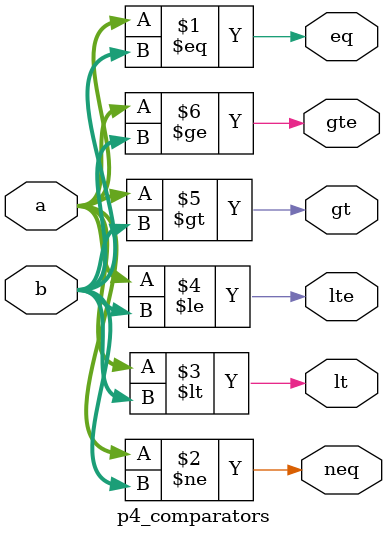
<source format=v>
module p4_comparators(eq,neq,lt,lte,gt,gte,a,b);
parameter N = 8;
input [N-1:0] a, b;
output eq, neq;
output lt, lte;
output gt, gte;
assign eq = (a == b);
assign neq = (a != b);
assign lt = (a < b);
assign lte = (a <= b);
assign gt = (a > b);
assign gte = (a >= b);
endmodule
</source>
